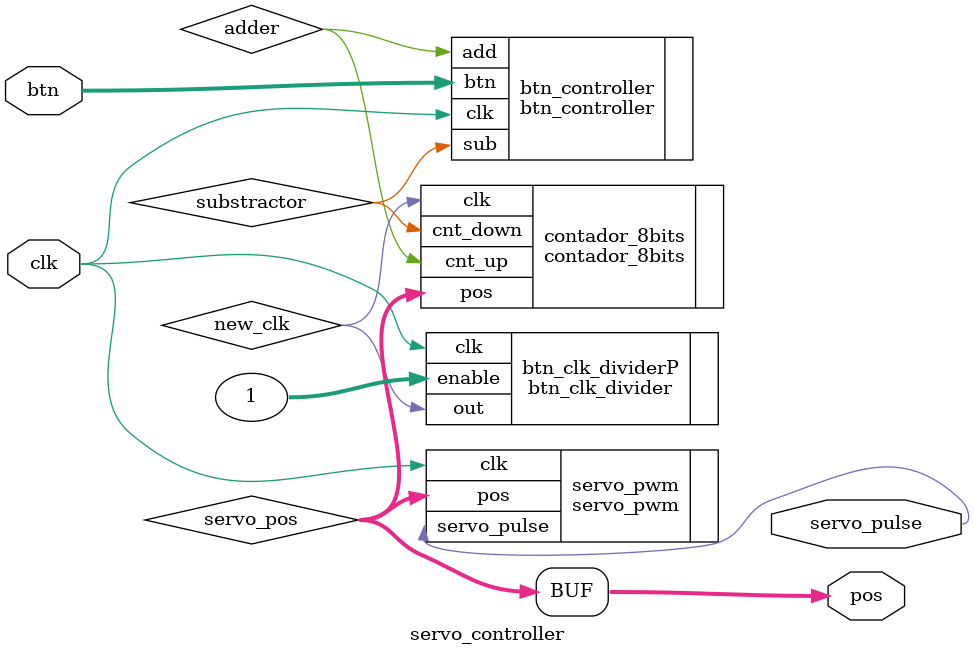
<source format=v>
module servo_controller(
	input clk, //25 MHz
	input [1:0] btn,

	output [7:0] pos,
	output servo_pulse
    );

		wire [7:0] servo_pos;
		wire adder;
		wire substractor;
		wire new_clk;
		parameter uno = 1;
		
		assign pos = servo_pos;

		btn_controller btn_controller(
			.clk(clk),
			.btn(btn),

			.add(adder),
			.sub(substractor)
		);

		contador_8bits contador_8bits (
		  .cnt_up(adder),
		  .cnt_down(substractor),
		  .clk(new_clk),
		  //.rst(0),

		  .pos(servo_pos) //8bits
		);

//		nuevo_contador_8_bits contador_8bits (
//		  .btn_up(btn[0]),
//		  .btn_down(btn[1]),
//		  .clk(adder),
//		  //.rst(0),
//
//		  .pos(servo_pos) //8bits
//		);

		servo_pwm servo_pwm (
			.pos(servo_pos), //8bits
			.clk(clk),

			.servo_pulse(servo_pulse)
		);
		
		btn_clk_divider btn_clk_dividerP (
		.clk(clk),
		.enable(uno),

		.out(new_clk)
		);


endmodule

</source>
